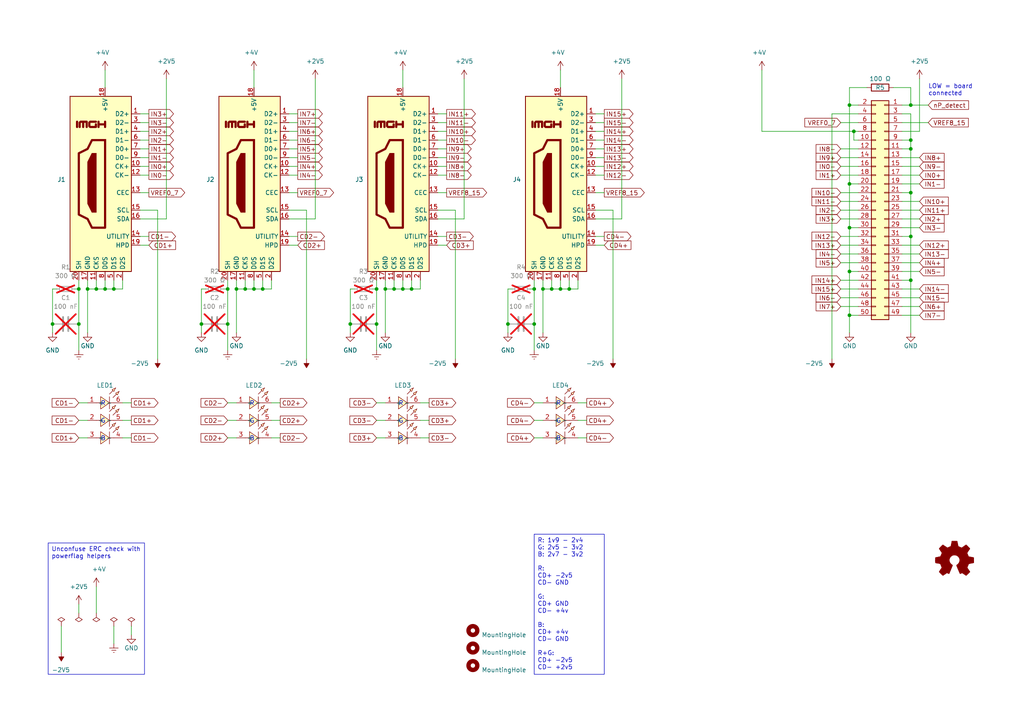
<source format=kicad_sch>
(kicad_sch (version 20230121) (generator eeschema)
  (paper "A4")
  (title_block (title "LaPOD 50p mini HDMI breakout") (company "Sergey Petrukhin, Peter Lampe, Nikki Smith & Olliver Schinagl") (comment 1 "AGPLv3 © 2023 Olliver Schinagl et al"))
  (junction (at 71.12 83.82))
  (junction (at 68.58 83.82))
  (junction (at 246.38 91.44))
  (junction (at 147.32 93.98))
  (junction (at 109.22 93.98))
  (junction (at 264.16 43.18))
  (junction (at 114.3 83.82))
  (junction (at 15.24 93.98))
  (junction (at 76.2 83.82))
  (junction (at 73.66 83.82))
  (junction (at 246.38 30.48))
  (junction (at 22.86 83.82))
  (junction (at 58.42 93.98))
  (junction (at 246.38 53.34))
  (junction (at 165.1 83.82))
  (junction (at 264.16 55.88))
  (junction (at 246.38 78.74))
  (junction (at 264.16 40.64))
  (junction (at 162.56 83.82))
  (junction (at 30.48 83.82))
  (junction (at 111.76 83.82))
  (junction (at 22.86 93.98))
  (junction (at 264.16 30.48))
  (junction (at 264.16 81.28))
  (junction (at 66.04 93.98))
  (junction (at 66.04 83.82))
  (junction (at 157.48 83.82))
  (junction (at 101.6 93.98))
  (junction (at 247.65 38.1))
  (junction (at 160.02 83.82))
  (junction (at 27.94 83.82))
  (junction (at 154.94 93.98))
  (junction (at 116.84 83.82))
  (junction (at 25.4 83.82))
  (junction (at 246.38 66.04))
  (junction (at 33.02 83.82))
  (junction (at 119.38 83.82))
  (junction (at 264.16 68.58))
  (junction (at 154.94 83.82))
  (junction (at 109.22 83.82))
  (wire (pts (xy 127 68.58) (xy 129.54 68.58)))
  (wire (pts (xy 116.84 81.28) (xy 116.84 83.82)))
  (wire (pts (xy 246.38 53.34) (xy 248.92 53.34)))
  (wire (pts (xy 180.34 22.86) (xy 180.34 63.5)))
  (wire (pts (xy 33.02 181.61) (xy 33.02 186.69)))
  (wire (pts (xy 15.24 83.82) (xy 16.51 83.82)))
  (wire (pts (xy 116.84 83.82) (xy 119.38 83.82)))
  (wire (pts (xy 261.62 58.42) (xy 266.7 58.42)))
  (wire (pts (xy 73.66 20.32) (xy 73.66 25.4)))
  (wire (pts (xy 261.62 33.02) (xy 264.16 33.02)))
  (wire (pts (xy 261.62 76.2) (xy 266.7 76.2)))
  (wire (pts (xy 127 50.8) (xy 129.54 50.8)))
  (wire (pts (xy 66.04 127) (xy 68.58 127)))
  (wire (pts (xy 25.4 81.28) (xy 25.4 83.82)))
  (wire (pts (xy 264.16 40.64) (xy 264.16 33.02)))
  (wire (pts (xy 27.94 170.18) (xy 27.94 177.8)))
  (wire (pts (xy 127 35.56) (xy 129.54 35.56)))
  (wire (pts (xy 172.72 33.02) (xy 175.26 33.02)))
  (wire (pts (xy 160.02 83.82) (xy 162.56 83.82)))
  (wire (pts (xy 33.02 83.82) (xy 35.56 83.82)))
  (wire (pts (xy 264.16 81.28) (xy 261.62 81.28)))
  (wire (pts (xy 22.86 101.6) (xy 22.86 93.98)))
  (wire (pts (xy 172.72 48.26) (xy 175.26 48.26)))
  (wire (pts (xy 134.62 22.86) (xy 134.62 63.5)))
  (wire (pts (xy 172.72 63.5) (xy 180.34 63.5)))
  (wire (pts (xy 172.72 50.8) (xy 175.26 50.8)))
  (wire (pts (xy 68.58 83.82) (xy 71.12 83.82)))
  (wire (pts (xy 71.12 81.28) (xy 71.12 83.82)))
  (wire (pts (xy 172.72 35.56) (xy 175.26 35.56)))
  (wire (pts (xy 27.94 83.82) (xy 30.48 83.82)))
  (wire (pts (xy 243.84 71.12) (xy 248.92 71.12)))
  (wire (pts (xy 261.62 55.88) (xy 264.16 55.88)))
  (wire (pts (xy 66.04 83.82) (xy 66.04 93.98)))
  (wire (pts (xy 83.82 60.96) (xy 88.9 60.96)))
  (wire (pts (xy 109.22 121.92) (xy 111.76 121.92)))
  (wire (pts (xy 121.92 127) (xy 124.46 127)))
  (wire (pts (xy 127 33.02) (xy 129.54 33.02)))
  (wire (pts (xy 121.92 121.92) (xy 124.46 121.92)))
  (wire (pts (xy 78.74 116.84) (xy 81.28 116.84)))
  (wire (pts (xy 22.86 121.92) (xy 25.4 121.92)))
  (wire (pts (xy 101.6 93.98) (xy 101.6 96.52)))
  (wire (pts (xy 220.98 38.1) (xy 247.65 38.1)))
  (wire (pts (xy 22.86 83.82) (xy 21.59 83.82)))
  (wire (pts (xy 22.86 81.28) (xy 22.86 83.82)))
  (wire (pts (xy 243.84 60.96) (xy 248.92 60.96)))
  (wire (pts (xy 40.64 35.56) (xy 43.18 35.56)))
  (wire (pts (xy 172.72 71.12) (xy 175.26 71.12)))
  (wire (pts (xy 261.62 66.04) (xy 266.7 66.04)))
  (wire (pts (xy 172.72 38.1) (xy 175.26 38.1)))
  (wire (pts (xy 58.42 83.82) (xy 58.42 93.98)))
  (wire (pts (xy 264.16 30.48) (xy 269.24 30.48)))
  (wire (pts (xy 121.92 116.84) (xy 124.46 116.84)))
  (wire (pts (xy 83.82 63.5) (xy 91.44 63.5)))
  (wire (pts (xy 154.94 116.84) (xy 157.48 116.84)))
  (wire (pts (xy 30.48 81.28) (xy 30.48 83.82)))
  (wire (pts (xy 247.65 38.1) (xy 247.65 40.64)))
  (wire (pts (xy 241.3 33.02) (xy 248.92 33.02)))
  (wire (pts (xy 66.04 81.28) (xy 66.04 83.82)))
  (wire (pts (xy 101.6 83.82) (xy 101.6 93.98)))
  (wire (pts (xy 246.38 25.4) (xy 251.46 25.4)))
  (wire (pts (xy 261.62 78.74) (xy 266.7 78.74)))
  (wire (pts (xy 177.8 60.96) (xy 177.8 104.14)))
  (wire (pts (xy 127 48.26) (xy 129.54 48.26)))
  (wire (pts (xy 259.08 25.4) (xy 264.16 25.4)))
  (wire (pts (xy 157.48 81.28) (xy 157.48 83.82)))
  (wire (pts (xy 48.26 22.86) (xy 48.26 63.5)))
  (wire (pts (xy 109.22 116.84) (xy 111.76 116.84)))
  (wire (pts (xy 261.62 53.34) (xy 266.7 53.34)))
  (wire (pts (xy 127 40.64) (xy 129.54 40.64)))
  (wire (pts (xy 167.64 81.28) (xy 167.64 83.82)))
  (wire (pts (xy 264.16 25.4) (xy 264.16 30.48)))
  (wire (pts (xy 264.16 68.58) (xy 264.16 81.28)))
  (wire (pts (xy 83.82 40.64) (xy 86.36 40.64)))
  (wire (pts (xy 172.72 68.58) (xy 175.26 68.58)))
  (wire (pts (xy 40.64 60.96) (xy 45.72 60.96)))
  (wire (pts (xy 243.84 88.9) (xy 248.92 88.9)))
  (wire (pts (xy 246.38 91.44) (xy 246.38 96.52)))
  (wire (pts (xy 25.4 83.82) (xy 25.4 96.52)))
  (wire (pts (xy 58.42 93.98) (xy 58.42 96.52)))
  (wire (pts (xy 165.1 83.82) (xy 167.64 83.82)))
  (wire (pts (xy 83.82 55.88) (xy 86.36 55.88)))
  (wire (pts (xy 261.62 45.72) (xy 266.7 45.72)))
  (wire (pts (xy 147.32 93.98) (xy 147.32 96.52)))
  (wire (pts (xy 111.76 83.82) (xy 114.3 83.82)))
  (wire (pts (xy 261.62 86.36) (xy 266.7 86.36)))
  (wire (pts (xy 33.02 81.28) (xy 33.02 83.82)))
  (wire (pts (xy 127 71.12) (xy 129.54 71.12)))
  (wire (pts (xy 76.2 83.82) (xy 78.74 83.82)))
  (wire (pts (xy 25.4 83.82) (xy 27.94 83.82)))
  (wire (pts (xy 248.92 38.1) (xy 247.65 38.1)))
  (wire (pts (xy 162.56 20.32) (xy 162.56 25.4)))
  (wire (pts (xy 127 43.18) (xy 129.54 43.18)))
  (wire (pts (xy 40.64 43.18) (xy 43.18 43.18)))
  (wire (pts (xy 83.82 48.26) (xy 86.36 48.26)))
  (wire (pts (xy 246.38 25.4) (xy 246.38 30.48)))
  (wire (pts (xy 247.65 40.64) (xy 248.92 40.64)))
  (wire (pts (xy 45.72 104.14) (xy 45.72 60.96)))
  (wire (pts (xy 30.48 20.32) (xy 30.48 25.4)))
  (wire (pts (xy 114.3 83.82) (xy 116.84 83.82)))
  (wire (pts (xy 243.84 43.18) (xy 248.92 43.18)))
  (wire (pts (xy 22.86 83.82) (xy 22.86 93.98)))
  (wire (pts (xy 78.74 127) (xy 81.28 127)))
  (wire (pts (xy 165.1 81.28) (xy 165.1 83.82)))
  (wire (pts (xy 261.62 83.82) (xy 266.7 83.82)))
  (wire (pts (xy 83.82 68.58) (xy 86.36 68.58)))
  (wire (pts (xy 83.82 71.12) (xy 86.36 71.12)))
  (wire (pts (xy 121.92 81.28) (xy 121.92 83.82)))
  (wire (pts (xy 172.72 55.88) (xy 175.26 55.88)))
  (wire (pts (xy 261.62 91.44) (xy 266.7 91.44)))
  (wire (pts (xy 261.62 71.12) (xy 266.7 71.12)))
  (wire (pts (xy 243.84 63.5) (xy 248.92 63.5)))
  (wire (pts (xy 167.64 116.84) (xy 170.18 116.84)))
  (wire (pts (xy 162.56 83.82) (xy 165.1 83.82)))
  (wire (pts (xy 68.58 81.28) (xy 68.58 83.82)))
  (wire (pts (xy 58.42 83.82) (xy 59.69 83.82)))
  (wire (pts (xy 246.38 66.04) (xy 248.92 66.04)))
  (wire (pts (xy 38.1 181.61) (xy 38.1 184.15)))
  (wire (pts (xy 127 60.96) (xy 132.08 60.96)))
  (wire (pts (xy 66.04 101.6) (xy 66.04 93.98)))
  (wire (pts (xy 246.38 78.74) (xy 246.38 66.04)))
  (wire (pts (xy 40.64 40.64) (xy 43.18 40.64)))
  (wire (pts (xy 261.62 38.1) (xy 266.7 38.1)))
  (wire (pts (xy 154.94 81.28) (xy 154.94 83.82)))
  (wire (pts (xy 246.38 66.04) (xy 246.38 53.34)))
  (wire (pts (xy 66.04 116.84) (xy 68.58 116.84)))
  (wire (pts (xy 243.84 35.56) (xy 248.92 35.56)))
  (wire (pts (xy 35.56 127) (xy 38.1 127)))
  (wire (pts (xy 111.76 83.82) (xy 111.76 96.52)))
  (wire (pts (xy 261.62 60.96) (xy 266.7 60.96)))
  (wire (pts (xy 111.76 81.28) (xy 111.76 83.82)))
  (wire (pts (xy 243.84 81.28) (xy 248.92 81.28)))
  (wire (pts (xy 261.62 63.5) (xy 266.7 63.5)))
  (wire (pts (xy 147.32 83.82) (xy 147.32 93.98)))
  (wire (pts (xy 172.72 45.72) (xy 175.26 45.72)))
  (wire (pts (xy 109.22 81.28) (xy 109.22 83.82)))
  (wire (pts (xy 220.98 20.32) (xy 220.98 38.1)))
  (wire (pts (xy 246.38 91.44) (xy 246.38 78.74)))
  (wire (pts (xy 241.3 104.14) (xy 241.3 33.02)))
  (wire (pts (xy 40.64 50.8) (xy 43.18 50.8)))
  (wire (pts (xy 35.56 121.92) (xy 38.1 121.92)))
  (wire (pts (xy 261.62 30.48) (xy 264.16 30.48)))
  (wire (pts (xy 17.78 181.61) (xy 17.78 189.23)))
  (wire (pts (xy 261.62 48.26) (xy 266.7 48.26)))
  (wire (pts (xy 127 55.88) (xy 129.54 55.88)))
  (wire (pts (xy 40.64 63.5) (xy 48.26 63.5)))
  (wire (pts (xy 153.67 83.82) (xy 154.94 83.82)))
  (wire (pts (xy 116.84 20.32) (xy 116.84 25.4)))
  (wire (pts (xy 243.84 86.36) (xy 248.92 86.36)))
  (wire (pts (xy 78.74 121.92) (xy 81.28 121.92)))
  (wire (pts (xy 147.32 83.82) (xy 148.59 83.82)))
  (wire (pts (xy 160.02 81.28) (xy 160.02 83.82)))
  (wire (pts (xy 172.72 40.64) (xy 175.26 40.64)))
  (wire (pts (xy 40.64 33.02) (xy 43.18 33.02)))
  (wire (pts (xy 243.84 45.72) (xy 248.92 45.72)))
  (wire (pts (xy 30.48 83.82) (xy 33.02 83.82)))
  (wire (pts (xy 264.16 55.88) (xy 264.16 68.58)))
  (wire (pts (xy 154.94 83.82) (xy 154.94 93.98)))
  (wire (pts (xy 40.64 68.58) (xy 43.18 68.58)))
  (wire (pts (xy 27.94 81.28) (xy 27.94 83.82)))
  (wire (pts (xy 243.84 55.88) (xy 248.92 55.88)))
  (wire (pts (xy 83.82 45.72) (xy 86.36 45.72)))
  (wire (pts (xy 83.82 50.8) (xy 86.36 50.8)))
  (wire (pts (xy 264.16 81.28) (xy 264.16 96.52)))
  (wire (pts (xy 71.12 83.82) (xy 73.66 83.82)))
  (wire (pts (xy 73.66 81.28) (xy 73.66 83.82)))
  (wire (pts (xy 91.44 22.86) (xy 91.44 63.5)))
  (wire (pts (xy 22.86 116.84) (xy 25.4 116.84)))
  (wire (pts (xy 246.38 30.48) (xy 248.92 30.48)))
  (wire (pts (xy 162.56 81.28) (xy 162.56 83.82)))
  (wire (pts (xy 40.64 38.1) (xy 43.18 38.1)))
  (wire (pts (xy 154.94 127) (xy 157.48 127)))
  (wire (pts (xy 68.58 83.82) (xy 68.58 96.52)))
  (wire (pts (xy 261.62 73.66) (xy 266.7 73.66)))
  (wire (pts (xy 132.08 104.14) (xy 132.08 60.96)))
  (wire (pts (xy 119.38 81.28) (xy 119.38 83.82)))
  (wire (pts (xy 261.62 40.64) (xy 264.16 40.64)))
  (wire (pts (xy 261.62 88.9) (xy 266.7 88.9)))
  (wire (pts (xy 264.16 43.18) (xy 264.16 40.64)))
  (wire (pts (xy 243.84 48.26) (xy 248.92 48.26)))
  (wire (pts (xy 264.16 55.88) (xy 264.16 43.18)))
  (wire (pts (xy 15.24 83.82) (xy 15.24 93.98)))
  (wire (pts (xy 83.82 35.56) (xy 86.36 35.56)))
  (wire (pts (xy 248.92 91.44) (xy 246.38 91.44)))
  (wire (pts (xy 261.62 68.58) (xy 264.16 68.58)))
  (wire (pts (xy 243.84 76.2) (xy 248.92 76.2)))
  (wire (pts (xy 127 38.1) (xy 129.54 38.1)))
  (wire (pts (xy 243.84 58.42) (xy 248.92 58.42)))
  (wire (pts (xy 243.84 50.8) (xy 248.92 50.8)))
  (wire (pts (xy 35.56 81.28) (xy 35.56 83.82)))
  (wire (pts (xy 261.62 50.8) (xy 266.7 50.8)))
  (wire (pts (xy 246.38 53.34) (xy 246.38 30.48)))
  (wire (pts (xy 109.22 127) (xy 111.76 127)))
  (wire (pts (xy 83.82 33.02) (xy 86.36 33.02)))
  (wire (pts (xy 73.66 83.82) (xy 76.2 83.82)))
  (wire (pts (xy 78.74 81.28) (xy 78.74 83.82)))
  (wire (pts (xy 83.82 38.1) (xy 86.36 38.1)))
  (wire (pts (xy 167.64 127) (xy 170.18 127)))
  (wire (pts (xy 66.04 83.82) (xy 64.77 83.82)))
  (wire (pts (xy 22.86 175.26) (xy 22.86 177.8)))
  (wire (pts (xy 154.94 101.6) (xy 154.94 93.98)))
  (wire (pts (xy 101.6 83.82) (xy 102.87 83.82)))
  (wire (pts (xy 35.56 116.84) (xy 38.1 116.84)))
  (wire (pts (xy 172.72 43.18) (xy 175.26 43.18)))
  (wire (pts (xy 40.64 71.12) (xy 43.18 71.12)))
  (wire (pts (xy 109.22 101.6) (xy 109.22 93.98)))
  (wire (pts (xy 22.86 127) (xy 25.4 127)))
  (wire (pts (xy 40.64 45.72) (xy 43.18 45.72)))
  (wire (pts (xy 40.64 48.26) (xy 43.18 48.26)))
  (wire (pts (xy 83.82 43.18) (xy 86.36 43.18)))
  (wire (pts (xy 107.95 83.82) (xy 109.22 83.82)))
  (wire (pts (xy 243.84 83.82) (xy 248.92 83.82)))
  (wire (pts (xy 15.24 93.98) (xy 15.24 96.52)))
  (wire (pts (xy 66.04 121.92) (xy 68.58 121.92)))
  (wire (pts (xy 88.9 104.14) (xy 88.9 60.96)))
  (wire (pts (xy 127 45.72) (xy 129.54 45.72)))
  (wire (pts (xy 157.48 83.82) (xy 160.02 83.82)))
  (wire (pts (xy 261.62 43.18) (xy 264.16 43.18)))
  (wire (pts (xy 157.48 83.82) (xy 157.48 96.52)))
  (wire (pts (xy 127 63.5) (xy 134.62 63.5)))
  (wire (pts (xy 261.62 35.56) (xy 269.24 35.56)))
  (wire (pts (xy 243.84 73.66) (xy 248.92 73.66)))
  (wire (pts (xy 154.94 121.92) (xy 157.48 121.92)))
  (wire (pts (xy 266.7 22.86) (xy 266.7 38.1)))
  (wire (pts (xy 114.3 81.28) (xy 114.3 83.82)))
  (wire (pts (xy 172.72 60.96) (xy 177.8 60.96)))
  (wire (pts (xy 40.64 55.88) (xy 43.18 55.88)))
  (wire (pts (xy 243.84 68.58) (xy 248.92 68.58)))
  (wire (pts (xy 167.64 121.92) (xy 170.18 121.92)))
  (wire (pts (xy 119.38 83.82) (xy 121.92 83.82)))
  (wire (pts (xy 76.2 81.28) (xy 76.2 83.82)))
  (wire (pts (xy 109.22 83.82) (xy 109.22 93.98)))
  (wire (pts (xy 246.38 78.74) (xy 248.92 78.74)))
  (text_box "Unconfuse ERC check with powerflag helpers" (at 13.97 157.48 0) (size 27.94 38.1) (effects (font (size 1.27 1.27)) (justify left top)))
  (text_box "R: 1v9 - 2v4\nG: 2v5 - 3v2\nB: 2v7 - 3v2\n\nR:\nCD+ -2v5\nCD- GND\n\nG:\nCD+ GND\nCD- +4v\n\nB:\nCD+ +4v\nCD- GND\n\nR+G:\nCD+ -2v5\nCD- +2v5" (at 154.94 154.94 0) (size 20.32 40.64) (effects (font (size 1.27 1.27)) (justify left top)))
  (text "G" (at 72.39 122.936 0) (effects (font (size 1.27 1.27)) (justify left bottom)))
  (text "R" (at 161.29 117.856 0) (effects (font (size 1.27 1.27)) (justify left bottom)))
  (text "R" (at 115.57 117.856 0) (effects (font (size 1.27 1.27)) (justify left bottom)))
  (text "B" (at 161.29 128.016 0) (effects (font (size 1.27 1.27)) (justify left bottom)))
  (text "B" (at 115.57 128.016 0) (effects (font (size 1.27 1.27)) (justify left bottom)))
  (text "R" (at 72.39 117.856 0) (effects (font (size 1.27 1.27)) (justify left bottom)))
  (text "R" (at 29.21 117.856 0) (effects (font (size 1.27 1.27)) (justify left bottom)))
  (text "B" (at 72.39 128.016 0) (effects (font (size 1.27 1.27)) (justify left bottom)))
  (text "G" (at 115.57 122.936 0) (effects (font (size 1.27 1.27)) (justify left bottom)))
  (text "G" (at 29.21 122.936 0) (effects (font (size 1.27 1.27)) (justify left bottom)))
  (text "LOW = board\nconnected" (at 269.24 27.94 0) (effects (font (size 1.27 1.27)) (justify left bottom)))
  (text "G" (at 161.29 122.936 0) (effects (font (size 1.27 1.27)) (justify left bottom)))
  (text "B" (at 29.21 128.016 0) (effects (font (size 1.27 1.27)) (justify left bottom)))
  (global_label "IN7-" (shape output) (at 86.36 35.56 0) (property "Intersheetrefs" "${INTERSHEET_REFS}" (effects hide)))
  (global_label "IN13+" (shape output) (at 175.26 43.18 0) (property "Intersheetrefs" "${INTERSHEET_REFS}" (effects hide)))
  (global_label "CD2+" (shape output) (at 81.28 121.92 0) (property "Intersheetrefs" "${INTERSHEET_REFS}" (effects hide)))
  (global_label "IN13-" (shape input) (at 266.7 73.66 0) (property "Intersheetrefs" "${INTERSHEET_REFS}" (effects hide)))
  (global_label "IN15+" (shape output) (at 175.26 33.02 0) (property "Intersheetrefs" "${INTERSHEET_REFS}" (effects hide)))
  (global_label "CD3-" (shape input) (at 109.22 116.84 180) (property "Intersheetrefs" "${INTERSHEET_REFS}" (effects hide)))
  (global_label "IN4-" (shape output) (at 86.36 50.8 0) (property "Intersheetrefs" "${INTERSHEET_REFS}" (effects hide)))
  (global_label "IN8+" (shape output) (at 129.54 48.26 0) (property "Intersheetrefs" "${INTERSHEET_REFS}" (effects hide)))
  (global_label "CD1-" (shape output) (at 43.18 68.58 0) (property "Intersheetrefs" "${INTERSHEET_REFS}" (effects hide)))
  (global_label "IN7-" (shape input) (at 266.7 91.44 0) (property "Intersheetrefs" "${INTERSHEET_REFS}" (effects hide)))
  (global_label "IN3+" (shape output) (at 43.18 33.02 0) (property "Intersheetrefs" "${INTERSHEET_REFS}" (effects hide)))
  (global_label "CD2+" (shape input) (at 86.36 71.12 0) (property "Intersheetrefs" "${INTERSHEET_REFS}" (effects hide)))
  (global_label "CD2+" (shape input) (at 66.04 127 180) (property "Intersheetrefs" "${INTERSHEET_REFS}" (effects hide)))
  (global_label "IN9-" (shape output) (at 129.54 45.72 0) (property "Intersheetrefs" "${INTERSHEET_REFS}" (effects hide)))
  (global_label "IN10+" (shape output) (at 129.54 38.1 0) (property "Intersheetrefs" "${INTERSHEET_REFS}" (effects hide)))
  (global_label "IN14+" (shape output) (at 175.26 38.1 0) (property "Intersheetrefs" "${INTERSHEET_REFS}" (effects hide)))
  (global_label "IN11+" (shape output) (at 129.54 33.02 0) (property "Intersheetrefs" "${INTERSHEET_REFS}" (effects hide)))
  (global_label "CD3+" (shape input) (at 129.54 71.12 0) (property "Intersheetrefs" "${INTERSHEET_REFS}" (effects hide)))
  (global_label "IN11-" (shape input) (at 243.84 58.42 180) (property "Intersheetrefs" "${INTERSHEET_REFS}" (effects hide)))
  (global_label "IN6-" (shape output) (at 86.36 40.64 0) (property "Intersheetrefs" "${INTERSHEET_REFS}" (effects hide)))
  (global_label "IN1-" (shape input) (at 266.7 53.34 0) (property "Intersheetrefs" "${INTERSHEET_REFS}" (effects hide)))
  (global_label "IN6-" (shape input) (at 243.84 86.36 180) (property "Intersheetrefs" "${INTERSHEET_REFS}" (effects hide)))
  (global_label "IN0+" (shape input) (at 266.7 50.8 0) (property "Intersheetrefs" "${INTERSHEET_REFS}" (effects hide)))
  (global_label "CD2-" (shape input) (at 66.04 121.92 180) (property "Intersheetrefs" "${INTERSHEET_REFS}" (effects hide)))
  (global_label "IN8-" (shape output) (at 129.54 50.8 0) (property "Intersheetrefs" "${INTERSHEET_REFS}" (effects hide)))
  (global_label "CD3+" (shape output) (at 124.46 116.84 0) (property "Intersheetrefs" "${INTERSHEET_REFS}" (effects hide)))
  (global_label "IN2-" (shape input) (at 243.84 60.96 180) (property "Intersheetrefs" "${INTERSHEET_REFS}" (effects hide)))
  (global_label "CD3-" (shape input) (at 109.22 121.92 180) (property "Intersheetrefs" "${INTERSHEET_REFS}" (effects hide)))
  (global_label "IN5-" (shape output) (at 86.36 45.72 0) (property "Intersheetrefs" "${INTERSHEET_REFS}" (effects hide)))
  (global_label "VREF0_7" (shape output) (at 86.36 55.88 0) (property "Intersheetrefs" "${INTERSHEET_REFS}" (effects hide)))
  (global_label "CD3-" (shape output) (at 124.46 127 0) (property "Intersheetrefs" "${INTERSHEET_REFS}" (effects hide)))
  (global_label "IN4+" (shape input) (at 266.7 76.2 0) (property "Intersheetrefs" "${INTERSHEET_REFS}" (effects hide)))
  (global_label "CD4-" (shape output) (at 170.18 127 0) (property "Intersheetrefs" "${INTERSHEET_REFS}" (effects hide)))
  (global_label "IN9+" (shape input) (at 243.84 45.72 180) (property "Intersheetrefs" "${INTERSHEET_REFS}" (effects hide)))
  (global_label "CD1-" (shape output) (at 38.1 127 0) (property "Intersheetrefs" "${INTERSHEET_REFS}" (effects hide)))
  (global_label "IN8-" (shape input) (at 243.84 43.18 180) (property "Intersheetrefs" "${INTERSHEET_REFS}" (effects hide)))
  (global_label "IN5+" (shape output) (at 86.36 43.18 0) (property "Intersheetrefs" "${INTERSHEET_REFS}" (effects hide)))
  (global_label "CD2-" (shape output) (at 86.36 68.58 0) (property "Intersheetrefs" "${INTERSHEET_REFS}" (effects hide)))
  (global_label "IN9-" (shape input) (at 266.7 48.26 0) (property "Intersheetrefs" "${INTERSHEET_REFS}" (effects hide)))
  (global_label "IN6+" (shape input) (at 266.7 88.9 0) (property "Intersheetrefs" "${INTERSHEET_REFS}" (effects hide)))
  (global_label "IN14-" (shape output) (at 175.26 40.64 0) (property "Intersheetrefs" "${INTERSHEET_REFS}" (effects hide)))
  (global_label "CD3-" (shape output) (at 129.54 68.58 0) (property "Intersheetrefs" "${INTERSHEET_REFS}" (effects hide)))
  (global_label "IN4-" (shape input) (at 243.84 73.66 180) (property "Intersheetrefs" "${INTERSHEET_REFS}" (effects hide)))
  (global_label "CD2-" (shape output) (at 81.28 127 0) (property "Intersheetrefs" "${INTERSHEET_REFS}" (effects hide)))
  (global_label "IN4+" (shape output) (at 86.36 48.26 0) (property "Intersheetrefs" "${INTERSHEET_REFS}" (effects hide)))
  (global_label "IN11-" (shape output) (at 129.54 35.56 0) (property "Intersheetrefs" "${INTERSHEET_REFS}" (effects hide)))
  (global_label "IN3+" (shape input) (at 243.84 63.5 180) (property "Intersheetrefs" "${INTERSHEET_REFS}" (effects hide)))
  (global_label "IN12-" (shape input) (at 243.84 68.58 180) (property "Intersheetrefs" "${INTERSHEET_REFS}" (effects hide)))
  (global_label "VREF0_7" (shape output) (at 43.18 55.88 0) (property "Intersheetrefs" "${INTERSHEET_REFS}" (effects hide)))
  (global_label "IN2-" (shape output) (at 43.18 40.64 0) (property "Intersheetrefs" "${INTERSHEET_REFS}" (effects hide)))
  (global_label "IN8+" (shape input) (at 266.7 45.72 0) (property "Intersheetrefs" "${INTERSHEET_REFS}" (effects hide)))
  (global_label "IN3-" (shape output) (at 43.18 35.56 0) (property "Intersheetrefs" "${INTERSHEET_REFS}" (effects hide)))
  (global_label "VREF8_15" (shape output) (at 129.54 55.88 0) (property "Intersheetrefs" "${INTERSHEET_REFS}" (effects hide)))
  (global_label "CD1+" (shape output) (at 38.1 116.84 0) (property "Intersheetrefs" "${INTERSHEET_REFS}" (effects hide)))
  (global_label "CD4-" (shape input) (at 154.94 121.92 180) (property "Intersheetrefs" "${INTERSHEET_REFS}" (effects hide)))
  (global_label "CD4+" (shape input) (at 175.26 71.12 0) (property "Intersheetrefs" "${INTERSHEET_REFS}" (effects hide)))
  (global_label "IN0+" (shape output) (at 43.18 48.26 0) (property "Intersheetrefs" "${INTERSHEET_REFS}" (effects hide)))
  (global_label "CD1+" (shape input) (at 22.86 127 180) (property "Intersheetrefs" "${INTERSHEET_REFS}" (effects hide)))
  (global_label "VREF8_15" (shape input) (at 269.24 35.56 0) (property "Intersheetrefs" "${INTERSHEET_REFS}" (effects hide)))
  (global_label "IN12+" (shape output) (at 175.26 48.26 0) (property "Intersheetrefs" "${INTERSHEET_REFS}" (effects hide)))
  (global_label "VREF0_7" (shape input) (at 243.84 35.56 180) (property "Intersheetrefs" "${INTERSHEET_REFS}" (effects hide)))
  (global_label "IN10-" (shape output) (at 129.54 40.64 0) (property "Intersheetrefs" "${INTERSHEET_REFS}" (effects hide)))
  (global_label "CD4+" (shape input) (at 154.94 127 180) (property "Intersheetrefs" "${INTERSHEET_REFS}" (effects hide)))
  (global_label "IN7+" (shape output) (at 86.36 33.02 0) (property "Intersheetrefs" "${INTERSHEET_REFS}" (effects hide)))
  (global_label "nP_detect" (shape input) (at 269.24 30.48 0) (property "Intersheetrefs" "${INTERSHEET_REFS}" (effects hide)))
  (global_label "IN1+" (shape input) (at 243.84 50.8 180) (property "Intersheetrefs" "${INTERSHEET_REFS}" (effects hide)))
  (global_label "IN9+" (shape output) (at 129.54 43.18 0) (property "Intersheetrefs" "${INTERSHEET_REFS}" (effects hide)))
  (global_label "CD3+" (shape input) (at 109.22 127 180) (property "Intersheetrefs" "${INTERSHEET_REFS}" (effects hide)))
  (global_label "IN15-" (shape input) (at 266.7 86.36 0) (property "Intersheetrefs" "${INTERSHEET_REFS}" (effects hide)))
  (global_label "CD2+" (shape output) (at 81.28 116.84 0) (property "Intersheetrefs" "${INTERSHEET_REFS}" (effects hide)))
  (global_label "IN0-" (shape output) (at 43.18 50.8 0) (property "Intersheetrefs" "${INTERSHEET_REFS}" (effects hide)))
  (global_label "CD3+" (shape output) (at 124.46 121.92 0) (property "Intersheetrefs" "${INTERSHEET_REFS}" (effects hide)))
  (global_label "IN2+" (shape input) (at 266.7 63.5 0) (property "Intersheetrefs" "${INTERSHEET_REFS}" (effects hide)))
  (global_label "CD1+" (shape input) (at 43.18 71.12 0) (property "Intersheetrefs" "${INTERSHEET_REFS}" (effects hide)))
  (global_label "CD1-" (shape input) (at 22.86 116.84 180) (property "Intersheetrefs" "${INTERSHEET_REFS}" (effects hide)))
  (global_label "IN6+" (shape output) (at 86.36 38.1 0) (property "Intersheetrefs" "${INTERSHEET_REFS}" (effects hide)))
  (global_label "IN10-" (shape input) (at 243.84 55.88 180) (property "Intersheetrefs" "${INTERSHEET_REFS}" (effects hide)))
  (global_label "IN15+" (shape input) (at 243.84 83.82 180) (property "Intersheetrefs" "${INTERSHEET_REFS}" (effects hide)))
  (global_label "IN13+" (shape input) (at 243.84 71.12 180) (property "Intersheetrefs" "${INTERSHEET_REFS}" (effects hide)))
  (global_label "IN5+" (shape input) (at 243.84 76.2 180) (property "Intersheetrefs" "${INTERSHEET_REFS}" (effects hide)))
  (global_label "IN13-" (shape output) (at 175.26 45.72 0) (property "Intersheetrefs" "${INTERSHEET_REFS}" (effects hide)))
  (global_label "IN5-" (shape input) (at 266.7 78.74 0) (property "Intersheetrefs" "${INTERSHEET_REFS}" (effects hide)))
  (global_label "IN14-" (shape input) (at 266.7 83.82 0) (property "Intersheetrefs" "${INTERSHEET_REFS}" (effects hide)))
  (global_label "IN1+" (shape output) (at 43.18 43.18 0) (property "Intersheetrefs" "${INTERSHEET_REFS}" (effects hide)))
  (global_label "IN7+" (shape input) (at 243.84 88.9 180) (property "Intersheetrefs" "${INTERSHEET_REFS}" (effects hide)))
  (global_label "IN11+" (shape input) (at 266.7 60.96 0) (property "Intersheetrefs" "${INTERSHEET_REFS}" (effects hide)))
  (global_label "IN10+" (shape input) (at 266.7 58.42 0) (property "Intersheetrefs" "${INTERSHEET_REFS}" (effects hide)))
  (global_label "CD4-" (shape output) (at 175.26 68.58 0) (property "Intersheetrefs" "${INTERSHEET_REFS}" (effects hide)))
  (global_label "IN12-" (shape output) (at 175.26 50.8 0) (property "Intersheetrefs" "${INTERSHEET_REFS}" (effects hide)))
  (global_label "VREF8_15" (shape output) (at 175.26 55.88 0) (property "Intersheetrefs" "${INTERSHEET_REFS}" (effects hide)))
  (global_label "IN1-" (shape output) (at 43.18 45.72 0) (property "Intersheetrefs" "${INTERSHEET_REFS}" (effects hide)))
  (global_label "CD4+" (shape output) (at 170.18 121.92 0) (property "Intersheetrefs" "${INTERSHEET_REFS}" (effects hide)))
  (global_label "IN2+" (shape output) (at 43.18 38.1 0) (property "Intersheetrefs" "${INTERSHEET_REFS}" (effects hide)))
  (global_label "CD4+" (shape output) (at 170.18 116.84 0) (property "Intersheetrefs" "${INTERSHEET_REFS}" (effects hide)))
  (global_label "CD4-" (shape input) (at 154.94 116.84 180) (property "Intersheetrefs" "${INTERSHEET_REFS}" (effects hide)))
  (global_label "CD2-" (shape input) (at 66.04 116.84 180) (property "Intersheetrefs" "${INTERSHEET_REFS}" (effects hide)))
  (global_label "IN0-" (shape input) (at 243.84 48.26 180) (property "Intersheetrefs" "${INTERSHEET_REFS}" (effects hide)))
  (global_label "IN14+" (shape input) (at 243.84 81.28 180) (property "Intersheetrefs" "${INTERSHEET_REFS}" (effects hide)))
  (global_label "IN12+" (shape input) (at 266.7 71.12 0) (property "Intersheetrefs" "${INTERSHEET_REFS}" (effects hide)))
  (global_label "CD1-" (shape input) (at 22.86 121.92 180) (property "Intersheetrefs" "${INTERSHEET_REFS}" (effects hide)))
  (global_label "IN3-" (shape input) (at 266.7 66.04 0) (property "Intersheetrefs" "${INTERSHEET_REFS}" (effects hide)))
  (global_label "IN15-" (shape output) (at 175.26 35.56 0) (property "Intersheetrefs" "${INTERSHEET_REFS}" (effects hide)))
  (global_label "CD1+" (shape output) (at 38.1 121.92 0) (property "Intersheetrefs" "${INTERSHEET_REFS}" (effects hide)))
  (symbol (lib_name "GND_6") (lib_id "power:GND") (at 147.32 96.52 0) (unit 1)
    (property "Reference" "#PWR032" (effects hide))
    (property "Value" "GND" (at 147.32 101.6 0))
  )
  (symbol (lib_id "power:PWR_FLAG") (at 38.1 181.61 0) (unit 1)
    (property "Reference" "#FLG05" (effects hide))
    (property "Value" "PWR_FLAG" (effects hide))
  )
  (symbol (lib_id "Device:R_Small") (at 105.41 83.82 90) (unit 1) (dnp yes)
    (property "Reference" "R3" (at 105.41 78.74 90))
    (property "Value" "300 Ω" (at 105.41 81.28 90))
    (property "Footprint" "Resistor_SMD:R_0402_1005Metric_Pad0.72x0.64mm_HandSolder" (effects hide))
    (property "LCSC" "C25102" (effects hide))
    (property "tolerance" "1%" (effects hide))
    (property "power" "62.5 mW" (effects hide))
    (property "package" "0402" (effects hide))
  )
  (symbol (lib_id "Device:C") (at 19.05 93.98 90) (unit 1) (dnp yes)
    (property "Reference" "C1" (at 19.05 86.36 90))
    (property "Value" "100 nF" (at 19.05 88.9 90))
    (property "Footprint" "Capacitor_SMD:C_0603_1608Metric_Pad1.08x0.95mm_HandSolder" (effects hide))
    (property "LCSC" "C14663" (effects hide))
    (property "tolerance" "10%" (effects hide))
    (property "voltage" "50 V" (effects hide))
    (property "package" "0603" (effects hide))
  )
  (symbol (lib_id "Device:R") (at 255.27 25.4 90) (mirror x) (unit 1)
    (property "Reference" "R5" (at 255.27 25.4 90))
    (property "Value" "100 Ω" (at 255.27 22.86 90))
    (property "Footprint" "Resistor_SMD:R_0805_2012Metric_Pad1.20x1.40mm_HandSolder" (effects hide))
    (property "LCSC" "C17408" (effects hide))
    (property "tolerance" "1%" (effects hide))
    (property "power" "125 mW" (effects hide))
    (property "package" "0805" (effects hide))
  )
  (symbol (lib_id "power:+2V5") (at 22.86 175.26 0) (mirror y) (unit 1)
    (property "Reference" "#PWR08" (effects hide))
    (property "Value" "+2V5" (at 22.86 170.18 0))
  )
  (symbol (lib_name "GND_5") (lib_id "power:GND") (at 157.48 96.52 0) (mirror y) (unit 1)
    (property "Reference" "#PWR033" (effects hide))
    (property "Value" "GND" (at 157.48 100.33 0))
  )
  (symbol (lib_id "Connector:HDMI_A") (at 30.48 53.34 0) (mirror y) (unit 1)
    (property "Reference" "J1" (at 19.05 52.07 0) (effects (justify left)))
    (property "Value" "HDMI_A" (effects hide))
    (property "Footprint" "LCSC:HDMI-SMD_A71-05H4-111N1" (effects hide))
    (property "Datasheet" "docs/2110112030_XKB-Connectivity-A71-05H4-111N1_C2682170.pdf" (effects hide))
    (property "LCSC" "C2682170" (effects hide))
  )
  (symbol (lib_id "power:-2V5") (at 17.78 189.23 0) (mirror x) (unit 1)
    (property "Reference" "#PWR07" (effects hide))
    (property "Value" "-2V5" (at 20.32 194.31 0) (effects (justify right)))
  )
  (symbol (lib_id "power:Earth") (at 22.86 101.6 0) (mirror y) (unit 1)
    (property "Reference" "#PWR020" (effects hide))
    (property "Value" "Earth" (effects hide))
  )
  (symbol (lib_id "Device:R_Small") (at 19.05 83.82 90) (unit 1) (dnp yes)
    (property "Reference" "R1" (at 19.05 77.47 90))
    (property "Value" "300 Ω" (at 19.05 80.01 90))
    (property "Footprint" "Resistor_SMD:R_0402_1005Metric_Pad0.72x0.64mm_HandSolder" (effects hide))
    (property "LCSC" "C25102" (effects hide))
    (property "tolerance" "1%" (effects hide))
    (property "power" "62.5 mW" (effects hide))
    (property "package" "0402" (effects hide))
  )
  (symbol (lib_id "Graphic:Logo_Open_Hardware_Small") (at 276.86 162.56 0) (unit 1) (in_bom no) (on_board no)
    (property "Reference" "#SYM1" (effects hide))
    (property "Value" "Logo_Open_Hardware_Small" (effects hide))
    (property "Sim.Enable" "0" (effects hide))
  )
  (symbol (lib_name "HDMI_A_1") (lib_id "Connector:HDMI_A") (at 162.56 53.34 0) (mirror y) (unit 1)
    (property "Reference" "J4" (at 151.13 52.07 0) (effects (justify left)))
    (property "Value" "HDMI_A" (effects hide))
    (property "Footprint" "LCSC:HDMI-SMD_A71-05H4-111N1" (effects hide))
    (property "Datasheet" "docs/2110112030_XKB-Connectivity-A71-05H4-111N1_C2682170.pdf" (effects hide))
    (property "LCSC" "C2682170" (effects hide))
  )
  (symbol (lib_name "+4V_3") (lib_id "power:+4V") (at 27.94 170.18 0) (unit 1)
    (property "Reference" "#PWR012" (effects hide))
    (property "Value" "+4V" (at 26.67 165.1 0) (effects (justify left)))
  )
  (symbol (lib_id "power:PWR_FLAG") (at 27.94 177.8 180) (unit 1)
    (property "Reference" "#FLG03" (effects hide))
    (property "Value" "PWR_FLAG" (effects hide))
  )
  (symbol (lib_id "LCSC:TC5050RGBF08-3CJH-AF53A") (at 162.56 121.92 0) (unit 1)
    (property "Reference" "LED4" (at 162.56 111.76 0))
    (property "Value" "TC5050RGBF08-3CJH-AF53A" (effects hide))
    (property "Footprint" "LCSC:LED-SMD_6P-L5.0-W5.0-TL_TC5050RGBF08" (effects hide))
    (property "Datasheet" "docs/2309281425_TCWIN-TC5050RGBF07-3CJH-AF70_C7495074.pdf" (effects hide))
    (property "LCSC" "C784540" (effects hide))
  )
  (symbol (lib_name "GND_7") (lib_id "power:GND") (at 38.1 184.15 0) (mirror y) (unit 1)
    (property "Reference" "#PWR028" (effects hide))
    (property "Value" "GND" (at 38.1 187.96 0))
  )
  (symbol (lib_id "power:-2V5") (at 177.8 104.14 0) (mirror x) (unit 1)
    (property "Reference" "#PWR027" (effects hide))
    (property "Value" "-2V5" (at 175.26 105.41 0) (effects (justify right)))
  )
  (symbol (lib_name "+4V_3") (lib_id "power:+4V") (at 162.56 20.32 0) (mirror y) (unit 1)
    (property "Reference" "#PWR023" (effects hide))
    (property "Value" "+4V" (at 163.83 15.24 0) (effects (justify left)))
  )
  (symbol (lib_name "GND_1") (lib_id "power:GND") (at 15.24 96.52 0) (unit 1)
    (property "Reference" "#PWR014" (effects hide))
    (property "Value" "GND" (at 15.24 101.6 0))
  )
  (symbol (lib_id "Device:R_Small") (at 151.13 83.82 90) (unit 1) (dnp yes)
    (property "Reference" "R4" (at 151.13 77.47 90))
    (property "Value" "300 Ω" (at 151.13 80.01 90))
    (property "Footprint" "Resistor_SMD:R_0402_1005Metric_Pad0.72x0.64mm_HandSolder" (effects hide))
    (property "LCSC" "C25102" (effects hide))
    (property "tolerance" "1%" (effects hide))
    (property "power" "62.5 mW" (effects hide))
    (property "package" "0402" (effects hide))
  )
  (symbol (lib_name "+4V_2") (lib_id "power:+4V") (at 73.66 20.32 0) (mirror y) (unit 1)
    (property "Reference" "#PWR02" (effects hide))
    (property "Value" "+4V" (at 74.93 15.24 0) (effects (justify left)))
  )
  (symbol (lib_id "Device:C") (at 151.13 93.98 90) (unit 1) (dnp yes)
    (property "Reference" "C4" (at 151.13 86.36 90))
    (property "Value" "100 nF" (at 151.13 88.9 90))
    (property "Footprint" "Capacitor_SMD:C_0603_1608Metric_Pad1.08x0.95mm_HandSolder" (effects hide))
    (property "LCSC" "C14663" (effects hide))
    (property "tolerance" "10%" (effects hide))
    (property "voltage" "50 V" (effects hide))
    (property "package" "0603" (effects hide))
  )
  (symbol (lib_id "power:GND") (at 246.38 96.52 0) (mirror y) (unit 1)
    (property "Reference" "#PWR018" (effects hide))
    (property "Value" "GND" (at 246.38 100.33 0))
  )
  (symbol (lib_name "GND_2") (lib_id "power:GND") (at 25.4 96.52 0) (mirror y) (unit 1)
    (property "Reference" "#PWR015" (effects hide))
    (property "Value" "GND" (at 25.4 100.33 0))
  )
  (symbol (lib_name "TC5050RGBF08-3CJH-AF53A_2") (lib_id "LCSC:TC5050RGBF08-3CJH-AF53A") (at 73.66 121.92 0) (unit 1)
    (property "Reference" "LED2" (at 73.66 111.76 0))
    (property "Value" "TC5050RGBF08-3CJH-AF53A" (effects hide))
    (property "Footprint" "LCSC:LED-SMD_6P-L5.0-W5.0-TL_TC5050RGBF08" (effects hide))
    (property "Datasheet" "docs/2309281425_TCWIN-TC5050RGBF07-3CJH-AF70_C7495074.pdf" (effects hide))
    (property "LCSC" "C784540" (effects hide))
  )
  (symbol (lib_name "+4V_1") (lib_id "power:+4V") (at 30.48 20.32 0) (mirror y) (unit 1)
    (property "Reference" "#PWR01" (effects hide))
    (property "Value" "+4V" (at 31.75 15.24 0) (effects (justify left)))
  )
  (symbol (lib_name "TC5050RGBF08-3CJH-AF53A_1") (lib_id "LCSC:TC5050RGBF08-3CJH-AF53A") (at 30.48 121.92 0) (unit 1)
    (property "Reference" "LED1" (at 30.48 111.76 0))
    (property "Value" "TC5050RGBF08-3CJH-AF53A" (effects hide))
    (property "Footprint" "LCSC:LED-SMD_6P-L5.0-W5.0-TL_TC5050RGBF08" (effects hide))
    (property "Datasheet" "docs/2309281425_TCWIN-TC5050RGBF07-3CJH-AF70_C7495074.pdf" (effects hide))
    (property "LCSC" "C784540" (effects hide))
  )
  (symbol (lib_name "HDMI_A_2") (lib_id "Connector:HDMI_A") (at 116.84 53.34 0) (mirror y) (unit 1)
    (property "Reference" "J3" (at 105.41 52.07 0) (effects (justify left)))
    (property "Value" "HDMI_A" (effects hide))
    (property "Footprint" "LCSC:HDMI-SMD_A71-05H4-111N1" (effects hide))
    (property "Datasheet" "docs/2110112030_XKB-Connectivity-A71-05H4-111N1_C2682170.pdf" (effects hide))
    (property "LCSC" "C2682170" (effects hide))
  )
  (symbol (lib_name "+4V_4") (lib_id "power:+4V") (at 116.84 20.32 0) (mirror y) (unit 1)
    (property "Reference" "#PWR022" (effects hide))
    (property "Value" "+4V" (at 118.11 15.24 0) (effects (justify left)))
  )
  (symbol (lib_name "GND_4") (lib_id "power:GND") (at 68.58 96.52 0) (mirror y) (unit 1)
    (property "Reference" "#PWR017" (effects hide))
    (property "Value" "GND" (at 68.58 100.33 0))
  )
  (symbol (lib_id "Device:R_Small") (at 62.23 83.82 90) (unit 1) (dnp yes)
    (property "Reference" "R2" (at 62.23 78.74 90))
    (property "Value" "300 Ω" (at 62.23 81.28 90))
    (property "Footprint" "Resistor_SMD:R_0402_1005Metric_Pad0.72x0.64mm_HandSolder" (effects hide))
    (property "LCSC" "C25102" (effects hide))
    (property "tolerance" "1%" (effects hide))
    (property "power" "62.5 mW" (effects hide))
    (property "package" "0402" (effects hide))
  )
  (symbol (lib_id "power:-2V5") (at 45.72 104.14 0) (mirror x) (unit 1)
    (property "Reference" "#PWR04" (effects hide))
    (property "Value" "-2V5" (at 43.18 105.41 0) (effects (justify right)))
  )
  (symbol (lib_id "Device:C") (at 105.41 93.98 90) (unit 1) (dnp yes)
    (property "Reference" "C3" (at 105.41 86.36 90))
    (property "Value" "100 nF" (at 105.41 88.9 90))
    (property "Footprint" "Capacitor_SMD:C_0603_1608Metric_Pad1.08x0.95mm_HandSolder" (effects hide))
    (property "LCSC" "C14663" (effects hide))
    (property "tolerance" "10%" (effects hide))
    (property "voltage" "50 V" (effects hide))
    (property "package" "0603" (effects hide))
  )
  (symbol (lib_id "power:-2V5") (at 132.08 104.14 0) (mirror x) (unit 1)
    (property "Reference" "#PWR025" (effects hide))
    (property "Value" "-2V5" (at 129.54 105.41 0) (effects (justify right)))
  )
  (symbol (lib_id "power:+2V5") (at 266.7 22.86 0) (mirror y) (unit 1)
    (property "Reference" "#PWR011" (effects hide))
    (property "Value" "+2V5" (at 266.7 17.78 0))
  )
  (symbol (lib_name "GND_9") (lib_id "power:GND") (at 264.16 96.52 0) (mirror y) (unit 1)
    (property "Reference" "#PWR019" (effects hide))
    (property "Value" "GND" (at 264.16 100.33 0))
  )
  (symbol (lib_name "HDMI_A_3") (lib_id "Connector:HDMI_A") (at 73.66 53.34 0) (mirror y) (unit 1)
    (property "Reference" "J2" (at 62.23 52.07 0) (effects (justify left)))
    (property "Value" "HDMI_A" (effects hide))
    (property "Footprint" "LCSC:HDMI-SMD_A71-05H4-111N1" (effects hide))
    (property "Datasheet" "docs/2110112030_XKB-Connectivity-A71-05H4-111N1_C2682170.pdf" (effects hide))
    (property "LCSC" "C2682170" (effects hide))
  )
  (symbol (lib_id "power:PWR_FLAG") (at 17.78 181.61 0) (unit 1)
    (property "Reference" "#FLG01" (effects hide))
    (property "Value" "PWR_FLAG" (effects hide))
  )
  (symbol (lib_id "Connector_Generic:Conn_02x25_Odd_Even") (at 256.54 60.96 0) (mirror y) (unit 1)
    (property "Reference" "J5" (effects hide))
    (property "Value" "Conn_02x25" (effects hide))
    (property "Footprint" "Connector_IDC:IDC-Header_2x25_P2.54mm_Vertical_SMD" (effects hide))
    (property "Datasheet" "docs/1912111437_HOAUC-2685Y-225CNG1SNA01_C350296.pdf" (effects hide))
    (property "LCSC" "C350296" (effects hide))
    (property "src" "https://www.eevblog.com/forum/testgear/hacking-the-rigol-mso5000-series-oscilloscopes/msg2057401/#msg2057401" (effects hide))
  )
  (symbol (lib_id "power:PWR_FLAG") (at 22.86 177.8 180) (unit 1)
    (property "Reference" "#FLG02" (effects hide))
    (property "Value" "PWR_FLAG" (effects hide))
  )
  (symbol (lib_id "power:+4V") (at 220.98 20.32 0) (mirror y) (unit 1)
    (property "Reference" "#PWR09" (effects hide))
    (property "Value" "+4V" (at 222.25 15.24 0) (effects (justify left)))
  )
  (symbol (lib_id "power:Earth") (at 66.04 101.6 0) (mirror y) (unit 1)
    (property "Reference" "#PWR021" (effects hide))
    (property "Value" "Earth" (effects hide))
  )
  (symbol (lib_id "power:-2V5") (at 88.9 104.14 0) (mirror x) (unit 1)
    (property "Reference" "#PWR06" (effects hide))
    (property "Value" "-2V5" (at 86.36 105.41 0) (effects (justify right)))
  )
  (symbol (lib_name "GND_3") (lib_id "power:GND") (at 58.42 96.52 0) (unit 1)
    (property "Reference" "#PWR016" (effects hide))
    (property "Value" "GND" (at 58.42 101.6 0))
  )
  (symbol (lib_id "power:-2V5") (at 241.3 104.14 0) (mirror x) (unit 1)
    (property "Reference" "#PWR010" (effects hide))
    (property "Value" "-2V5" (at 238.76 105.41 0) (effects (justify right)))
  )
  (symbol (lib_id "power:+2V5") (at 91.44 22.86 0) (mirror y) (unit 1)
    (property "Reference" "#PWR05" (effects hide))
    (property "Value" "+2V5" (at 91.44 17.78 0))
  )
  (symbol (lib_id "Mechanical:MountingHole") (at 137.16 193.04 0) (unit 1) (in_bom no)
    (property "Reference" "H1" (effects hide))
    (property "Value" "MountingHole" (at 139.7 194.31 0) (effects (justify left)))
    (property "Footprint" "MountingHole:MountingHole_2.2mm_M2_DIN965" (effects hide))
  )
  (symbol (lib_id "power:+2V5") (at 180.34 22.86 0) (mirror y) (unit 1)
    (property "Reference" "#PWR026" (effects hide))
    (property "Value" "+2V5" (at 180.34 17.78 0))
  )
  (symbol (lib_id "power:PWR_FLAG") (at 33.02 181.61 0) (unit 1)
    (property "Reference" "#FLG04" (effects hide))
    (property "Value" "PWR_FLAG" (effects hide))
  )
  (symbol (lib_id "Mechanical:MountingHole") (at 137.16 182.88 0) (unit 1) (in_bom no)
    (property "Reference" "H3" (effects hide))
    (property "Value" "MountingHole" (at 139.7 184.15 0) (effects (justify left)))
    (property "Footprint" "MountingHole:MountingHole_2.2mm_M2_DIN965" (effects hide))
  )
  (symbol (lib_id "power:+2V5") (at 134.62 22.86 0) (mirror y) (unit 1)
    (property "Reference" "#PWR024" (effects hide))
    (property "Value" "+2V5" (at 134.62 17.78 0))
  )
  (symbol (lib_id "Mechanical:MountingHole") (at 137.16 187.96 0) (unit 1) (in_bom no)
    (property "Reference" "H2" (effects hide))
    (property "Value" "MountingHole" (at 139.7 189.23 0) (effects (justify left)))
    (property "Footprint" "MountingHole:MountingHole_2.2mm_M2_DIN965" (effects hide))
  )
  (symbol (lib_id "power:+2V5") (at 48.26 22.86 0) (mirror y) (unit 1)
    (property "Reference" "#PWR03" (effects hide))
    (property "Value" "+2V5" (at 48.26 17.78 0))
  )
  (symbol (lib_id "power:Earth") (at 154.94 101.6 0) (mirror y) (unit 1)
    (property "Reference" "#PWR035" (effects hide))
    (property "Value" "Earth" (effects hide))
  )
  (symbol (lib_name "GND_7") (lib_id "power:GND") (at 111.76 96.52 0) (mirror y) (unit 1)
    (property "Reference" "#PWR031" (effects hide))
    (property "Value" "GND" (at 111.76 100.33 0))
  )
  (symbol (lib_name "TC5050RGBF08-3CJH-AF53A_3") (lib_id "LCSC:TC5050RGBF08-3CJH-AF53A") (at 116.84 121.92 0) (unit 1)
    (property "Reference" "LED3" (at 116.84 111.76 0))
    (property "Value" "TC5050RGBF08-3CJH-AF53A" (effects hide))
    (property "Footprint" "LCSC:LED-SMD_6P-L5.0-W5.0-TL_TC5050RGBF08" (effects hide))
    (property "Datasheet" "docs/2309281425_TCWIN-TC5050RGBF07-3CJH-AF70_C7495074.pdf" (effects hide))
    (property "LCSC" "C784540" (effects hide))
  )
  (symbol (lib_id "power:Earth") (at 109.22 101.6 0) (mirror y) (unit 1)
    (property "Reference" "#PWR034" (effects hide))
    (property "Value" "Earth" (effects hide))
  )
  (symbol (lib_name "GND_8") (lib_id "power:GND") (at 101.6 96.52 0) (unit 1)
    (property "Reference" "#PWR030" (effects hide))
    (property "Value" "GND" (at 101.6 101.6 0))
  )
  (symbol (lib_id "Device:C") (at 62.23 93.98 90) (unit 1) (dnp yes)
    (property "Reference" "C2" (at 62.23 86.36 90))
    (property "Value" "100 nF" (at 62.23 88.9 90))
    (property "Footprint" "Capacitor_SMD:C_0603_1608Metric_Pad1.08x0.95mm_HandSolder" (effects hide))
    (property "LCSC" "C14663" (effects hide))
    (property "tolerance" "10%" (effects hide))
    (property "voltage" "50 V" (effects hide))
    (property "package" "0603" (effects hide))
  )
  (symbol (lib_id "power:Earth") (at 33.02 186.69 0) (mirror y) (unit 1)
    (property "Reference" "#PWR013" (effects hide))
    (property "Value" "Earth" (effects hide))
  )
)
</source>
